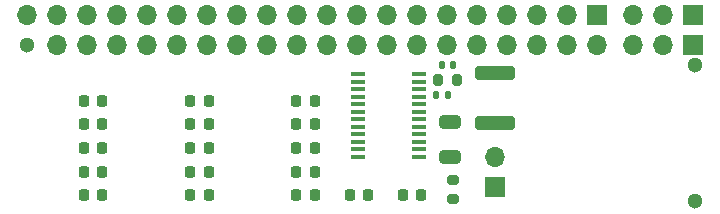
<source format=gbr>
%TF.GenerationSoftware,KiCad,Pcbnew,(6.0.1)*%
%TF.CreationDate,2022-02-13T16:15:42+01:00*%
%TF.ProjectId,PiStackMon_lite,50695374-6163-46b4-9d6f-6e5f6c697465,rev?*%
%TF.SameCoordinates,Original*%
%TF.FileFunction,Soldermask,Top*%
%TF.FilePolarity,Negative*%
%FSLAX46Y46*%
G04 Gerber Fmt 4.6, Leading zero omitted, Abs format (unit mm)*
G04 Created by KiCad (PCBNEW (6.0.1)) date 2022-02-13 16:15:42*
%MOMM*%
%LPD*%
G01*
G04 APERTURE LIST*
G04 Aperture macros list*
%AMRoundRect*
0 Rectangle with rounded corners*
0 $1 Rounding radius*
0 $2 $3 $4 $5 $6 $7 $8 $9 X,Y pos of 4 corners*
0 Add a 4 corners polygon primitive as box body*
4,1,4,$2,$3,$4,$5,$6,$7,$8,$9,$2,$3,0*
0 Add four circle primitives for the rounded corners*
1,1,$1+$1,$2,$3*
1,1,$1+$1,$4,$5*
1,1,$1+$1,$6,$7*
1,1,$1+$1,$8,$9*
0 Add four rect primitives between the rounded corners*
20,1,$1+$1,$2,$3,$4,$5,0*
20,1,$1+$1,$4,$5,$6,$7,0*
20,1,$1+$1,$6,$7,$8,$9,0*
20,1,$1+$1,$8,$9,$2,$3,0*%
G04 Aperture macros list end*
%ADD10RoundRect,0.218750X0.218750X0.256250X-0.218750X0.256250X-0.218750X-0.256250X0.218750X-0.256250X0*%
%ADD11R,1.700000X1.700000*%
%ADD12O,1.700000X1.700000*%
%ADD13RoundRect,0.200000X-0.200000X-0.275000X0.200000X-0.275000X0.200000X0.275000X-0.200000X0.275000X0*%
%ADD14R,1.200000X0.400000*%
%ADD15RoundRect,0.250000X-1.450000X0.312500X-1.450000X-0.312500X1.450000X-0.312500X1.450000X0.312500X0*%
%ADD16RoundRect,0.200000X0.275000X-0.200000X0.275000X0.200000X-0.275000X0.200000X-0.275000X-0.200000X0*%
%ADD17RoundRect,0.250000X0.650000X-0.325000X0.650000X0.325000X-0.650000X0.325000X-0.650000X-0.325000X0*%
%ADD18C,1.300000*%
%ADD19RoundRect,0.135000X-0.135000X-0.185000X0.135000X-0.185000X0.135000X0.185000X-0.135000X0.185000X0*%
%ADD20RoundRect,0.140000X-0.140000X-0.170000X0.140000X-0.170000X0.140000X0.170000X-0.140000X0.170000X0*%
G04 APERTURE END LIST*
D10*
%TO.C,D2*%
X49037500Y-43500000D03*
X47462500Y-43500000D03*
%TD*%
%TO.C,D3*%
X49037500Y-41500000D03*
X47462500Y-41500000D03*
%TD*%
D11*
%TO.C,JP1*%
X64250000Y-44775000D03*
D12*
X64250000Y-42235000D03*
%TD*%
D10*
%TO.C,D6*%
X40037500Y-45500000D03*
X38462500Y-45500000D03*
%TD*%
%TO.C,D7*%
X40037500Y-43500000D03*
X38462500Y-43500000D03*
%TD*%
%TO.C,D8*%
X40037500Y-41500000D03*
X38462500Y-41500000D03*
%TD*%
%TO.C,D9*%
X40037500Y-39500000D03*
X38462500Y-39500000D03*
%TD*%
%TO.C,D10*%
X40037500Y-37500000D03*
X38462500Y-37500000D03*
%TD*%
%TO.C,D12*%
X31037500Y-39500000D03*
X29462500Y-39500000D03*
%TD*%
%TO.C,D13*%
X31037500Y-41500000D03*
X29462500Y-41500000D03*
%TD*%
D13*
%TO.C,R2*%
X59425000Y-35750000D03*
X61075000Y-35750000D03*
%TD*%
D10*
%TO.C,D14*%
X31037500Y-43500000D03*
X29462500Y-43500000D03*
%TD*%
%TO.C,D5*%
X49037500Y-37500000D03*
X47462500Y-37500000D03*
%TD*%
%TO.C,D15*%
X31037500Y-45500000D03*
X29462500Y-45500000D03*
%TD*%
%TO.C,D11*%
X31037500Y-37500000D03*
X29462500Y-37500000D03*
%TD*%
D14*
%TO.C,U1*%
X52650000Y-35257500D03*
X52650000Y-35892500D03*
X52650000Y-36527500D03*
X52650000Y-37162500D03*
X52650000Y-37797500D03*
X52650000Y-38432500D03*
X52650000Y-39067500D03*
X52650000Y-39702500D03*
X52650000Y-40337500D03*
X52650000Y-40972500D03*
X52650000Y-41607500D03*
X52650000Y-42242500D03*
X57850000Y-42242500D03*
X57850000Y-41607500D03*
X57850000Y-40972500D03*
X57850000Y-40337500D03*
X57850000Y-39702500D03*
X57850000Y-39067500D03*
X57850000Y-38432500D03*
X57850000Y-37797500D03*
X57850000Y-37162500D03*
X57850000Y-36527500D03*
X57850000Y-35892500D03*
X57850000Y-35257500D03*
%TD*%
D15*
%TO.C,F1*%
X64250000Y-35112500D03*
X64250000Y-39387500D03*
%TD*%
D10*
%TO.C,D16*%
X58037500Y-45500000D03*
X56462500Y-45500000D03*
%TD*%
%TO.C,D1*%
X49037500Y-45500000D03*
X47462500Y-45500000D03*
%TD*%
D16*
%TO.C,R3*%
X60750000Y-45825000D03*
X60750000Y-44175000D03*
%TD*%
D10*
%TO.C,D4*%
X49037500Y-39500000D03*
X47462500Y-39500000D03*
%TD*%
D17*
%TO.C,C1*%
X60500000Y-42225000D03*
X60500000Y-39275000D03*
%TD*%
D11*
%TO.C,J1*%
X81040000Y-30200000D03*
D12*
X78500000Y-30200000D03*
X75960000Y-30200000D03*
%TD*%
D18*
%TO.C,H1*%
X81250000Y-46000000D03*
%TD*%
D19*
%TO.C,R5*%
X59240000Y-37000000D03*
X60260000Y-37000000D03*
%TD*%
D20*
%TO.C,C2*%
X59770000Y-34500000D03*
X60730000Y-34500000D03*
%TD*%
D11*
%TO.C,J2*%
X81025000Y-32750000D03*
D12*
X78485000Y-32750000D03*
X75945000Y-32750000D03*
%TD*%
D18*
%TO.C,H2*%
X81250000Y-34500000D03*
%TD*%
D10*
%TO.C,D17*%
X53537500Y-45500000D03*
X51962500Y-45500000D03*
%TD*%
D18*
%TO.C,P1*%
X24670000Y-32740000D03*
D11*
X72930000Y-30200000D03*
D12*
X72930000Y-32740000D03*
X70390000Y-30200000D03*
X70390000Y-32740000D03*
X67850000Y-30200000D03*
X67850000Y-32740000D03*
X65310000Y-30200000D03*
X65310000Y-32740000D03*
X62770000Y-30200000D03*
X62770000Y-32740000D03*
X60230000Y-30200000D03*
X60230000Y-32740000D03*
X57690000Y-30200000D03*
X57690000Y-32740000D03*
X55150000Y-30200000D03*
X55150000Y-32740000D03*
X52610000Y-30200000D03*
X52610000Y-32740000D03*
X50070000Y-30200000D03*
X50070000Y-32740000D03*
X47530000Y-30200000D03*
X47530000Y-32740000D03*
X44990000Y-30200000D03*
X44990000Y-32740000D03*
X42450000Y-30200000D03*
X42450000Y-32740000D03*
X39910000Y-30200000D03*
X39910000Y-32740000D03*
X37370000Y-30200000D03*
X37370000Y-32740000D03*
X34830000Y-30200000D03*
X34830000Y-32740000D03*
X32290000Y-30200000D03*
X32290000Y-32740000D03*
X29750000Y-30200000D03*
X29750000Y-32740000D03*
X27210000Y-30200000D03*
X27210000Y-32740000D03*
X24670000Y-30200000D03*
%TD*%
M02*

</source>
